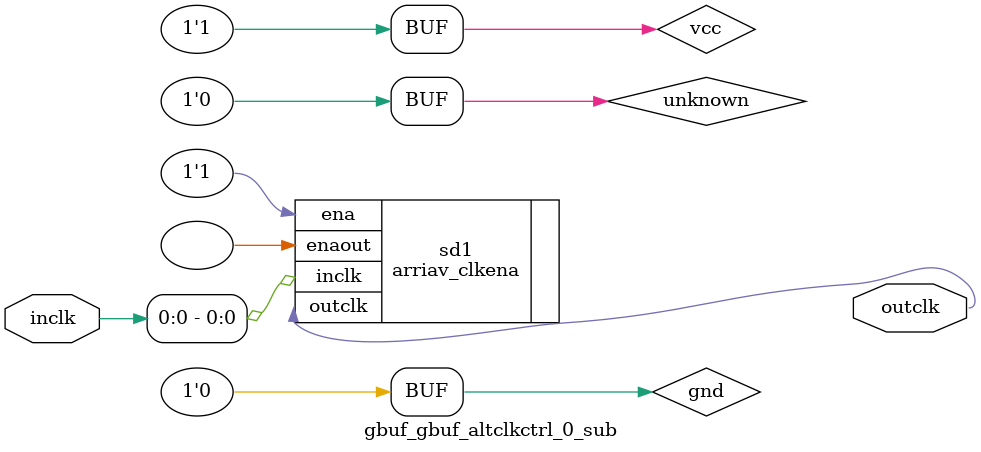
<source format=v>


// DATE "06/06/2020 21:12:29"

// 
// Device: Altera 5AGXMA7G4F31C4 Package FBGA896
// 

// 
// This greybox netlist file is for third party Synthesis Tools
// for timing and resource estimation only.
// 


module gbuf (
	inclk,
	outclk)/* synthesis synthesis_greybox=0 */;
input 	inclk;
output 	outclk;

wire gnd;
wire vcc;
wire unknown;

assign gnd = 1'b0;
assign vcc = 1'b1;
// unknown value (1'bx) is not needed for this tool. Default to 1'b0
assign unknown = 1'b0;

wire \altclkctrl_0|gbuf_altclkctrl_0_sub_component|wire_sd1_outclk ;
wire \inclk~input_o ;


gbuf_gbuf_altclkctrl_0 altclkctrl_0(
	.outclk(\altclkctrl_0|gbuf_altclkctrl_0_sub_component|wire_sd1_outclk ),
	.inclk(\inclk~input_o ));

assign \inclk~input_o  = inclk;

assign outclk = \altclkctrl_0|gbuf_altclkctrl_0_sub_component|wire_sd1_outclk ;

endmodule

module gbuf_gbuf_altclkctrl_0 (
	outclk,
	inclk)/* synthesis synthesis_greybox=0 */;
output 	outclk;
input 	inclk;

wire gnd;
wire vcc;
wire unknown;

assign gnd = 1'b0;
assign vcc = 1'b1;
// unknown value (1'bx) is not needed for this tool. Default to 1'b0
assign unknown = 1'b0;



gbuf_gbuf_altclkctrl_0_sub gbuf_altclkctrl_0_sub_component(
	.outclk(outclk),
	.inclk({gnd,gnd,gnd,inclk}));

endmodule

module gbuf_gbuf_altclkctrl_0_sub (
	outclk,
	inclk)/* synthesis synthesis_greybox=0 */;
output 	outclk;
input 	[3:0] inclk;

wire gnd;
wire vcc;
wire unknown;

assign gnd = 1'b0;
assign vcc = 1'b1;
// unknown value (1'bx) is not needed for this tool. Default to 1'b0
assign unknown = 1'b0;



arriav_clkena sd1(
	.inclk(inclk[0]),
	.ena(vcc),
	.outclk(outclk),
	.enaout());
defparam sd1.clock_type = "auto";
defparam sd1.disable_mode = "low";
defparam sd1.ena_register_mode = "always enabled";
defparam sd1.ena_register_power_up = "high";
defparam sd1.test_syn = "high";

endmodule

</source>
